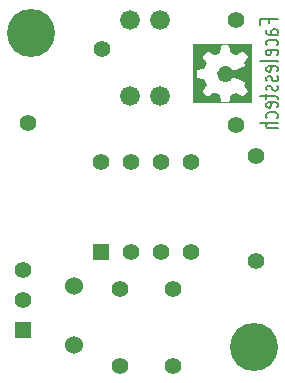
<source format=gbl>
G04 (created by PCBNEW-RS274X (2012-apr-16-27)-stable) date Sun 09 Feb 2014 20:33:20 GMT*
G01*
G70*
G90*
%MOIN*%
G04 Gerber Fmt 3.4, Leading zero omitted, Abs format*
%FSLAX34Y34*%
G04 APERTURE LIST*
%ADD10C,0.006000*%
%ADD11C,0.005900*%
%ADD12C,0.000100*%
%ADD13C,0.055000*%
%ADD14R,0.055000X0.055000*%
%ADD15C,0.160000*%
%ADD16C,0.060000*%
%ADD17C,0.066000*%
G04 APERTURE END LIST*
G54D10*
G54D11*
X60529Y-34221D02*
X60529Y-34090D01*
X60839Y-34090D02*
X60248Y-34090D01*
X60248Y-34277D01*
X60839Y-34597D02*
X60529Y-34597D01*
X60473Y-34578D01*
X60445Y-34540D01*
X60445Y-34465D01*
X60473Y-34428D01*
X60811Y-34597D02*
X60839Y-34559D01*
X60839Y-34465D01*
X60811Y-34428D01*
X60754Y-34409D01*
X60698Y-34409D01*
X60642Y-34428D01*
X60614Y-34465D01*
X60614Y-34559D01*
X60585Y-34597D01*
X60811Y-34953D02*
X60839Y-34915D01*
X60839Y-34840D01*
X60811Y-34803D01*
X60782Y-34784D01*
X60726Y-34765D01*
X60557Y-34765D01*
X60501Y-34784D01*
X60473Y-34803D01*
X60445Y-34840D01*
X60445Y-34915D01*
X60473Y-34953D01*
X60811Y-35272D02*
X60839Y-35234D01*
X60839Y-35159D01*
X60811Y-35122D01*
X60754Y-35103D01*
X60529Y-35103D01*
X60473Y-35122D01*
X60445Y-35159D01*
X60445Y-35234D01*
X60473Y-35272D01*
X60529Y-35291D01*
X60585Y-35291D01*
X60642Y-35103D01*
X60839Y-35516D02*
X60811Y-35479D01*
X60754Y-35460D01*
X60248Y-35460D01*
X60811Y-35816D02*
X60839Y-35778D01*
X60839Y-35703D01*
X60811Y-35666D01*
X60754Y-35647D01*
X60529Y-35647D01*
X60473Y-35666D01*
X60445Y-35703D01*
X60445Y-35778D01*
X60473Y-35816D01*
X60529Y-35835D01*
X60585Y-35835D01*
X60642Y-35647D01*
X60811Y-35985D02*
X60839Y-36023D01*
X60839Y-36098D01*
X60811Y-36135D01*
X60754Y-36154D01*
X60726Y-36154D01*
X60670Y-36135D01*
X60642Y-36098D01*
X60642Y-36041D01*
X60614Y-36004D01*
X60557Y-35985D01*
X60529Y-35985D01*
X60473Y-36004D01*
X60445Y-36041D01*
X60445Y-36098D01*
X60473Y-36135D01*
X60811Y-36304D02*
X60839Y-36342D01*
X60839Y-36417D01*
X60811Y-36454D01*
X60754Y-36473D01*
X60726Y-36473D01*
X60670Y-36454D01*
X60642Y-36417D01*
X60642Y-36360D01*
X60614Y-36323D01*
X60557Y-36304D01*
X60529Y-36304D01*
X60473Y-36323D01*
X60445Y-36360D01*
X60445Y-36417D01*
X60473Y-36454D01*
X60445Y-36586D02*
X60445Y-36736D01*
X60248Y-36642D02*
X60754Y-36642D01*
X60811Y-36661D01*
X60839Y-36698D01*
X60839Y-36736D01*
X60811Y-37017D02*
X60839Y-36979D01*
X60839Y-36904D01*
X60811Y-36867D01*
X60754Y-36848D01*
X60529Y-36848D01*
X60473Y-36867D01*
X60445Y-36904D01*
X60445Y-36979D01*
X60473Y-37017D01*
X60529Y-37036D01*
X60585Y-37036D01*
X60642Y-36848D01*
X60811Y-37374D02*
X60839Y-37336D01*
X60839Y-37261D01*
X60811Y-37224D01*
X60782Y-37205D01*
X60726Y-37186D01*
X60557Y-37186D01*
X60501Y-37205D01*
X60473Y-37224D01*
X60445Y-37261D01*
X60445Y-37336D01*
X60473Y-37374D01*
X60839Y-37543D02*
X60248Y-37543D01*
X60839Y-37712D02*
X60529Y-37712D01*
X60473Y-37693D01*
X60445Y-37655D01*
X60445Y-37599D01*
X60473Y-37562D01*
X60501Y-37543D01*
G54D12*
G36*
X59984Y-36884D02*
X59984Y-36854D01*
X59122Y-36854D01*
X59083Y-36854D01*
X59042Y-36854D01*
X59011Y-36854D01*
X58987Y-36853D01*
X58971Y-36852D01*
X58960Y-36851D01*
X58954Y-36849D01*
X58952Y-36847D01*
X58950Y-36840D01*
X58947Y-36825D01*
X58942Y-36803D01*
X58937Y-36775D01*
X58931Y-36743D01*
X58927Y-36723D01*
X58921Y-36690D01*
X58915Y-36660D01*
X58910Y-36635D01*
X58906Y-36617D01*
X58903Y-36606D01*
X58902Y-36603D01*
X58896Y-36600D01*
X58883Y-36594D01*
X58864Y-36585D01*
X58841Y-36575D01*
X58815Y-36564D01*
X58790Y-36553D01*
X58766Y-36544D01*
X58745Y-36535D01*
X58729Y-36529D01*
X58720Y-36526D01*
X58719Y-36526D01*
X58712Y-36529D01*
X58699Y-36536D01*
X58682Y-36547D01*
X58665Y-36558D01*
X58621Y-36589D01*
X58584Y-36614D01*
X58554Y-36634D01*
X58532Y-36648D01*
X58517Y-36657D01*
X58507Y-36662D01*
X58505Y-36662D01*
X58500Y-36659D01*
X58489Y-36649D01*
X58473Y-36635D01*
X58454Y-36617D01*
X58432Y-36596D01*
X58410Y-36574D01*
X58388Y-36552D01*
X58367Y-36531D01*
X58349Y-36513D01*
X58335Y-36498D01*
X58326Y-36487D01*
X58324Y-36483D01*
X58326Y-36477D01*
X58334Y-36464D01*
X58346Y-36446D01*
X58361Y-36423D01*
X58379Y-36396D01*
X58394Y-36374D01*
X58414Y-36345D01*
X58431Y-36319D01*
X58446Y-36297D01*
X58457Y-36280D01*
X58463Y-36269D01*
X58465Y-36265D01*
X58463Y-36258D01*
X58458Y-36243D01*
X58450Y-36223D01*
X58440Y-36199D01*
X58430Y-36174D01*
X58419Y-36149D01*
X58409Y-36126D01*
X58400Y-36106D01*
X58393Y-36093D01*
X58389Y-36087D01*
X58389Y-36086D01*
X58382Y-36084D01*
X58366Y-36081D01*
X58344Y-36076D01*
X58316Y-36071D01*
X58285Y-36065D01*
X58268Y-36062D01*
X58235Y-36056D01*
X58204Y-36050D01*
X58178Y-36044D01*
X58158Y-36040D01*
X58146Y-36037D01*
X58143Y-36036D01*
X58140Y-36034D01*
X58137Y-36032D01*
X58135Y-36027D01*
X58134Y-36020D01*
X58133Y-36007D01*
X58132Y-35989D01*
X58132Y-35965D01*
X58132Y-35931D01*
X58132Y-35905D01*
X58132Y-35869D01*
X58132Y-35837D01*
X58133Y-35810D01*
X58134Y-35791D01*
X58136Y-35779D01*
X58136Y-35776D01*
X58142Y-35775D01*
X58157Y-35772D01*
X58179Y-35767D01*
X58206Y-35762D01*
X58238Y-35756D01*
X58264Y-35751D01*
X58298Y-35744D01*
X58329Y-35738D01*
X58355Y-35732D01*
X58376Y-35727D01*
X58389Y-35723D01*
X58392Y-35722D01*
X58397Y-35715D01*
X58404Y-35700D01*
X58412Y-35680D01*
X58422Y-35656D01*
X58432Y-35631D01*
X58442Y-35605D01*
X58451Y-35582D01*
X58458Y-35562D01*
X58462Y-35548D01*
X58463Y-35542D01*
X58460Y-35536D01*
X58452Y-35522D01*
X58439Y-35503D01*
X58424Y-35480D01*
X58405Y-35453D01*
X58392Y-35434D01*
X58373Y-35406D01*
X58356Y-35380D01*
X58342Y-35359D01*
X58331Y-35342D01*
X58325Y-35331D01*
X58324Y-35328D01*
X58327Y-35323D01*
X58337Y-35312D01*
X58352Y-35296D01*
X58371Y-35276D01*
X58393Y-35252D01*
X58411Y-35234D01*
X58441Y-35205D01*
X58464Y-35182D01*
X58482Y-35166D01*
X58495Y-35155D01*
X58504Y-35150D01*
X58509Y-35149D01*
X58515Y-35153D01*
X58529Y-35161D01*
X58548Y-35173D01*
X58572Y-35189D01*
X58599Y-35207D01*
X58614Y-35218D01*
X58642Y-35237D01*
X58668Y-35254D01*
X58690Y-35268D01*
X58707Y-35278D01*
X58717Y-35283D01*
X58720Y-35284D01*
X58727Y-35282D01*
X58742Y-35277D01*
X58762Y-35269D01*
X58785Y-35260D01*
X58811Y-35249D01*
X58836Y-35238D01*
X58860Y-35228D01*
X58879Y-35219D01*
X58894Y-35212D01*
X58901Y-35208D01*
X58901Y-35208D01*
X58903Y-35202D01*
X58906Y-35188D01*
X58911Y-35167D01*
X58917Y-35139D01*
X58923Y-35108D01*
X58927Y-35087D01*
X58933Y-35054D01*
X58939Y-35023D01*
X58944Y-34998D01*
X58948Y-34978D01*
X58951Y-34966D01*
X58952Y-34963D01*
X58957Y-34961D01*
X58971Y-34959D01*
X58992Y-34958D01*
X59018Y-34956D01*
X59048Y-34956D01*
X59079Y-34955D01*
X59110Y-34956D01*
X59140Y-34956D01*
X59167Y-34957D01*
X59188Y-34958D01*
X59204Y-34960D01*
X59210Y-34962D01*
X59211Y-34962D01*
X59213Y-34969D01*
X59217Y-34984D01*
X59222Y-35006D01*
X59227Y-35033D01*
X59233Y-35065D01*
X59236Y-35082D01*
X59242Y-35115D01*
X59248Y-35144D01*
X59254Y-35169D01*
X59259Y-35188D01*
X59262Y-35199D01*
X59263Y-35201D01*
X59270Y-35205D01*
X59284Y-35212D01*
X59304Y-35220D01*
X59328Y-35230D01*
X59354Y-35241D01*
X59381Y-35252D01*
X59406Y-35261D01*
X59427Y-35270D01*
X59444Y-35276D01*
X59454Y-35279D01*
X59455Y-35279D01*
X59461Y-35276D01*
X59474Y-35268D01*
X59493Y-35256D01*
X59516Y-35241D01*
X59542Y-35223D01*
X59557Y-35213D01*
X59584Y-35195D01*
X59609Y-35178D01*
X59631Y-35164D01*
X59648Y-35154D01*
X59658Y-35149D01*
X59660Y-35148D01*
X59666Y-35151D01*
X59677Y-35161D01*
X59693Y-35175D01*
X59712Y-35193D01*
X59733Y-35213D01*
X59756Y-35235D01*
X59778Y-35257D01*
X59799Y-35278D01*
X59817Y-35296D01*
X59831Y-35311D01*
X59840Y-35322D01*
X59843Y-35326D01*
X59840Y-35331D01*
X59833Y-35343D01*
X59821Y-35361D01*
X59806Y-35384D01*
X59788Y-35410D01*
X59777Y-35426D01*
X59758Y-35454D01*
X59742Y-35479D01*
X59728Y-35500D01*
X59718Y-35517D01*
X59712Y-35527D01*
X59712Y-35529D01*
X59714Y-35536D01*
X59720Y-35549D01*
X59729Y-35567D01*
X59735Y-35579D01*
X59746Y-35600D01*
X59752Y-35615D01*
X59752Y-35625D01*
X59746Y-35633D01*
X59732Y-35641D01*
X59709Y-35650D01*
X59707Y-35651D01*
X59693Y-35657D01*
X59671Y-35666D01*
X59643Y-35677D01*
X59609Y-35691D01*
X59573Y-35706D01*
X59534Y-35722D01*
X59508Y-35733D01*
X59470Y-35748D01*
X59435Y-35763D01*
X59404Y-35775D01*
X59378Y-35786D01*
X59358Y-35793D01*
X59345Y-35798D01*
X59341Y-35799D01*
X59335Y-35795D01*
X59325Y-35785D01*
X59313Y-35770D01*
X59308Y-35764D01*
X59273Y-35722D01*
X59236Y-35689D01*
X59197Y-35666D01*
X59154Y-35651D01*
X59106Y-35643D01*
X59080Y-35643D01*
X59029Y-35647D01*
X58981Y-35661D01*
X58938Y-35684D01*
X58898Y-35717D01*
X58887Y-35728D01*
X58857Y-35769D01*
X58836Y-35813D01*
X58823Y-35860D01*
X58819Y-35907D01*
X58824Y-35955D01*
X58837Y-36001D01*
X58859Y-36044D01*
X58889Y-36084D01*
X58902Y-36097D01*
X58943Y-36129D01*
X58986Y-36152D01*
X59032Y-36165D01*
X59083Y-36169D01*
X59083Y-36169D01*
X59135Y-36164D01*
X59182Y-36151D01*
X59226Y-36128D01*
X59266Y-36095D01*
X59303Y-36054D01*
X59311Y-36042D01*
X59323Y-36027D01*
X59333Y-36016D01*
X59340Y-36011D01*
X59341Y-36011D01*
X59348Y-36013D01*
X59362Y-36018D01*
X59382Y-36026D01*
X59404Y-36035D01*
X59407Y-36036D01*
X59428Y-36044D01*
X59456Y-36056D01*
X59489Y-36070D01*
X59526Y-36086D01*
X59566Y-36102D01*
X59605Y-36118D01*
X59608Y-36119D01*
X59644Y-36134D01*
X59676Y-36148D01*
X59704Y-36160D01*
X59727Y-36170D01*
X59744Y-36177D01*
X59753Y-36181D01*
X59754Y-36182D01*
X59753Y-36188D01*
X59749Y-36201D01*
X59741Y-36220D01*
X59735Y-36232D01*
X59725Y-36251D01*
X59717Y-36268D01*
X59712Y-36279D01*
X59712Y-36283D01*
X59714Y-36289D01*
X59722Y-36302D01*
X59734Y-36320D01*
X59749Y-36343D01*
X59766Y-36369D01*
X59772Y-36376D01*
X59790Y-36403D01*
X59807Y-36428D01*
X59821Y-36449D01*
X59831Y-36465D01*
X59837Y-36474D01*
X59838Y-36475D01*
X59839Y-36479D01*
X59839Y-36483D01*
X59836Y-36489D01*
X59830Y-36498D01*
X59820Y-36509D01*
X59805Y-36526D01*
X59784Y-36547D01*
X59757Y-36574D01*
X59756Y-36574D01*
X59730Y-36600D01*
X59707Y-36623D01*
X59687Y-36641D01*
X59672Y-36654D01*
X59662Y-36661D01*
X59660Y-36662D01*
X59653Y-36659D01*
X59639Y-36652D01*
X59620Y-36640D01*
X59596Y-36624D01*
X59570Y-36607D01*
X59555Y-36597D01*
X59528Y-36578D01*
X59503Y-36561D01*
X59482Y-36547D01*
X59467Y-36537D01*
X59457Y-36532D01*
X59456Y-36531D01*
X59449Y-36533D01*
X59435Y-36538D01*
X59416Y-36545D01*
X59392Y-36555D01*
X59366Y-36565D01*
X59340Y-36576D01*
X59316Y-36586D01*
X59294Y-36595D01*
X59277Y-36602D01*
X59267Y-36607D01*
X59266Y-36608D01*
X59262Y-36612D01*
X59259Y-36621D01*
X59255Y-36636D01*
X59250Y-36656D01*
X59244Y-36684D01*
X59238Y-36719D01*
X59230Y-36764D01*
X59225Y-36791D01*
X59221Y-36812D01*
X59217Y-36830D01*
X59215Y-36842D01*
X59214Y-36845D01*
X59212Y-36848D01*
X59209Y-36850D01*
X59202Y-36851D01*
X59192Y-36852D01*
X59175Y-36853D01*
X59152Y-36854D01*
X59122Y-36854D01*
X59984Y-36854D01*
X59984Y-35900D01*
X59984Y-34916D01*
X59000Y-34916D01*
X58016Y-34916D01*
X58016Y-35900D01*
X58016Y-36884D01*
X59000Y-36884D01*
X59984Y-36884D01*
X59984Y-36884D01*
X59984Y-36884D01*
G37*
G54D13*
X59450Y-34100D03*
X59450Y-37600D03*
X60100Y-42150D03*
X60100Y-38650D03*
G54D14*
X52350Y-44450D03*
G54D13*
X52350Y-43450D03*
X52350Y-42450D03*
G54D15*
X60050Y-45000D03*
X52600Y-34550D03*
G54D16*
X54050Y-44930D03*
X54050Y-42970D03*
G54D13*
X57336Y-43070D03*
X57336Y-45630D03*
X55564Y-43070D03*
X55564Y-45630D03*
X52513Y-37537D03*
X54987Y-35063D03*
G54D14*
X54950Y-41850D03*
G54D13*
X55950Y-41850D03*
X56950Y-41850D03*
X57950Y-41850D03*
X57950Y-38850D03*
X56950Y-38850D03*
X55950Y-38850D03*
X54950Y-38850D03*
G54D17*
X56900Y-36650D03*
X55900Y-36650D03*
X55900Y-34100D03*
X56900Y-34100D03*
M02*

</source>
